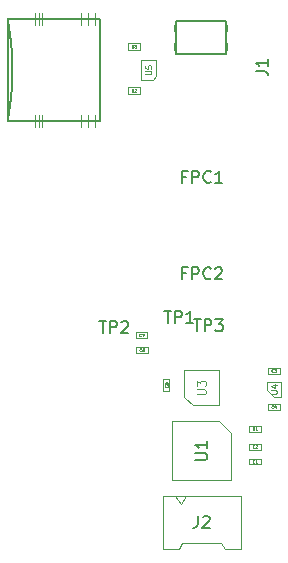
<source format=gbr>
%TF.GenerationSoftware,KiCad,Pcbnew,8.0.5-8.0.5-0~ubuntu20.04.1*%
%TF.CreationDate,2025-01-20T10:50:11+00:00*%
%TF.ProjectId,servo,73657276-6f2e-46b6-9963-61645f706362,rev?*%
%TF.SameCoordinates,Original*%
%TF.FileFunction,AssemblyDrawing,Top*%
%FSLAX46Y46*%
G04 Gerber Fmt 4.6, Leading zero omitted, Abs format (unit mm)*
G04 Created by KiCad (PCBNEW 8.0.5-8.0.5-0~ubuntu20.04.1) date 2025-01-20 10:50:11*
%MOMM*%
%LPD*%
G01*
G04 APERTURE LIST*
%ADD10C,0.150000*%
%ADD11C,0.075000*%
%ADD12C,0.040000*%
%ADD13C,0.110000*%
%ADD14C,0.100000*%
%ADD15C,0.127000*%
%ADD16C,0.000000*%
%ADD17C,0.152400*%
%ADD18C,0.010000*%
G04 APERTURE END LIST*
D10*
X48666666Y-40293509D02*
X48333333Y-40293509D01*
X48333333Y-40817319D02*
X48333333Y-39817319D01*
X48333333Y-39817319D02*
X48809523Y-39817319D01*
X49190476Y-40817319D02*
X49190476Y-39817319D01*
X49190476Y-39817319D02*
X49571428Y-39817319D01*
X49571428Y-39817319D02*
X49666666Y-39864938D01*
X49666666Y-39864938D02*
X49714285Y-39912557D01*
X49714285Y-39912557D02*
X49761904Y-40007795D01*
X49761904Y-40007795D02*
X49761904Y-40150652D01*
X49761904Y-40150652D02*
X49714285Y-40245890D01*
X49714285Y-40245890D02*
X49666666Y-40293509D01*
X49666666Y-40293509D02*
X49571428Y-40341128D01*
X49571428Y-40341128D02*
X49190476Y-40341128D01*
X50761904Y-40722080D02*
X50714285Y-40769700D01*
X50714285Y-40769700D02*
X50571428Y-40817319D01*
X50571428Y-40817319D02*
X50476190Y-40817319D01*
X50476190Y-40817319D02*
X50333333Y-40769700D01*
X50333333Y-40769700D02*
X50238095Y-40674461D01*
X50238095Y-40674461D02*
X50190476Y-40579223D01*
X50190476Y-40579223D02*
X50142857Y-40388747D01*
X50142857Y-40388747D02*
X50142857Y-40245890D01*
X50142857Y-40245890D02*
X50190476Y-40055414D01*
X50190476Y-40055414D02*
X50238095Y-39960176D01*
X50238095Y-39960176D02*
X50333333Y-39864938D01*
X50333333Y-39864938D02*
X50476190Y-39817319D01*
X50476190Y-39817319D02*
X50571428Y-39817319D01*
X50571428Y-39817319D02*
X50714285Y-39864938D01*
X50714285Y-39864938D02*
X50761904Y-39912557D01*
X51142857Y-39912557D02*
X51190476Y-39864938D01*
X51190476Y-39864938D02*
X51285714Y-39817319D01*
X51285714Y-39817319D02*
X51523809Y-39817319D01*
X51523809Y-39817319D02*
X51619047Y-39864938D01*
X51619047Y-39864938D02*
X51666666Y-39912557D01*
X51666666Y-39912557D02*
X51714285Y-40007795D01*
X51714285Y-40007795D02*
X51714285Y-40103033D01*
X51714285Y-40103033D02*
X51666666Y-40245890D01*
X51666666Y-40245890D02*
X51095238Y-40817319D01*
X51095238Y-40817319D02*
X51714285Y-40817319D01*
X46838095Y-43504819D02*
X47409523Y-43504819D01*
X47123809Y-44504819D02*
X47123809Y-43504819D01*
X47742857Y-44504819D02*
X47742857Y-43504819D01*
X47742857Y-43504819D02*
X48123809Y-43504819D01*
X48123809Y-43504819D02*
X48219047Y-43552438D01*
X48219047Y-43552438D02*
X48266666Y-43600057D01*
X48266666Y-43600057D02*
X48314285Y-43695295D01*
X48314285Y-43695295D02*
X48314285Y-43838152D01*
X48314285Y-43838152D02*
X48266666Y-43933390D01*
X48266666Y-43933390D02*
X48219047Y-43981009D01*
X48219047Y-43981009D02*
X48123809Y-44028628D01*
X48123809Y-44028628D02*
X47742857Y-44028628D01*
X49266666Y-44504819D02*
X48695238Y-44504819D01*
X48980952Y-44504819D02*
X48980952Y-43504819D01*
X48980952Y-43504819D02*
X48885714Y-43647676D01*
X48885714Y-43647676D02*
X48790476Y-43742914D01*
X48790476Y-43742914D02*
X48695238Y-43790533D01*
X49454819Y-56111904D02*
X50264342Y-56111904D01*
X50264342Y-56111904D02*
X50359580Y-56064285D01*
X50359580Y-56064285D02*
X50407200Y-56016666D01*
X50407200Y-56016666D02*
X50454819Y-55921428D01*
X50454819Y-55921428D02*
X50454819Y-55730952D01*
X50454819Y-55730952D02*
X50407200Y-55635714D01*
X50407200Y-55635714D02*
X50359580Y-55588095D01*
X50359580Y-55588095D02*
X50264342Y-55540476D01*
X50264342Y-55540476D02*
X49454819Y-55540476D01*
X50454819Y-54540476D02*
X50454819Y-55111904D01*
X50454819Y-54826190D02*
X49454819Y-54826190D01*
X49454819Y-54826190D02*
X49597676Y-54921428D01*
X49597676Y-54921428D02*
X49692914Y-55016666D01*
X49692914Y-55016666D02*
X49740533Y-55111904D01*
D11*
X45227409Y-23480952D02*
X45632171Y-23480952D01*
X45632171Y-23480952D02*
X45679790Y-23457142D01*
X45679790Y-23457142D02*
X45703600Y-23433333D01*
X45703600Y-23433333D02*
X45727409Y-23385714D01*
X45727409Y-23385714D02*
X45727409Y-23290476D01*
X45727409Y-23290476D02*
X45703600Y-23242857D01*
X45703600Y-23242857D02*
X45679790Y-23219047D01*
X45679790Y-23219047D02*
X45632171Y-23195238D01*
X45632171Y-23195238D02*
X45227409Y-23195238D01*
X45227409Y-22719047D02*
X45227409Y-22957142D01*
X45227409Y-22957142D02*
X45465504Y-22980951D01*
X45465504Y-22980951D02*
X45441695Y-22957142D01*
X45441695Y-22957142D02*
X45417885Y-22909523D01*
X45417885Y-22909523D02*
X45417885Y-22790475D01*
X45417885Y-22790475D02*
X45441695Y-22742856D01*
X45441695Y-22742856D02*
X45465504Y-22719047D01*
X45465504Y-22719047D02*
X45513123Y-22695237D01*
X45513123Y-22695237D02*
X45632171Y-22695237D01*
X45632171Y-22695237D02*
X45679790Y-22719047D01*
X45679790Y-22719047D02*
X45703600Y-22742856D01*
X45703600Y-22742856D02*
X45727409Y-22790475D01*
X45727409Y-22790475D02*
X45727409Y-22909523D01*
X45727409Y-22909523D02*
X45703600Y-22957142D01*
X45703600Y-22957142D02*
X45679790Y-22980951D01*
X55852409Y-50512952D02*
X56257171Y-50512952D01*
X56257171Y-50512952D02*
X56304790Y-50489142D01*
X56304790Y-50489142D02*
X56328600Y-50465333D01*
X56328600Y-50465333D02*
X56352409Y-50417714D01*
X56352409Y-50417714D02*
X56352409Y-50322476D01*
X56352409Y-50322476D02*
X56328600Y-50274857D01*
X56328600Y-50274857D02*
X56304790Y-50251047D01*
X56304790Y-50251047D02*
X56257171Y-50227238D01*
X56257171Y-50227238D02*
X55852409Y-50227238D01*
X56019076Y-49774856D02*
X56352409Y-49774856D01*
X55828600Y-49893904D02*
X56185742Y-50012951D01*
X56185742Y-50012951D02*
X56185742Y-49703428D01*
D12*
X54458333Y-56339765D02*
X54446429Y-56351670D01*
X54446429Y-56351670D02*
X54410714Y-56363574D01*
X54410714Y-56363574D02*
X54386905Y-56363574D01*
X54386905Y-56363574D02*
X54351191Y-56351670D01*
X54351191Y-56351670D02*
X54327381Y-56327860D01*
X54327381Y-56327860D02*
X54315476Y-56304050D01*
X54315476Y-56304050D02*
X54303572Y-56256431D01*
X54303572Y-56256431D02*
X54303572Y-56220717D01*
X54303572Y-56220717D02*
X54315476Y-56173098D01*
X54315476Y-56173098D02*
X54327381Y-56149289D01*
X54327381Y-56149289D02*
X54351191Y-56125479D01*
X54351191Y-56125479D02*
X54386905Y-56113574D01*
X54386905Y-56113574D02*
X54410714Y-56113574D01*
X54410714Y-56113574D02*
X54446429Y-56125479D01*
X54446429Y-56125479D02*
X54458333Y-56137384D01*
X54696429Y-56363574D02*
X54553572Y-56363574D01*
X54625000Y-56363574D02*
X54625000Y-56113574D01*
X54625000Y-56113574D02*
X54601191Y-56149289D01*
X54601191Y-56149289D02*
X54577381Y-56173098D01*
X54577381Y-56173098D02*
X54553572Y-56185003D01*
D10*
X41338095Y-44354819D02*
X41909523Y-44354819D01*
X41623809Y-45354819D02*
X41623809Y-44354819D01*
X42242857Y-45354819D02*
X42242857Y-44354819D01*
X42242857Y-44354819D02*
X42623809Y-44354819D01*
X42623809Y-44354819D02*
X42719047Y-44402438D01*
X42719047Y-44402438D02*
X42766666Y-44450057D01*
X42766666Y-44450057D02*
X42814285Y-44545295D01*
X42814285Y-44545295D02*
X42814285Y-44688152D01*
X42814285Y-44688152D02*
X42766666Y-44783390D01*
X42766666Y-44783390D02*
X42719047Y-44831009D01*
X42719047Y-44831009D02*
X42623809Y-44878628D01*
X42623809Y-44878628D02*
X42242857Y-44878628D01*
X43195238Y-44450057D02*
X43242857Y-44402438D01*
X43242857Y-44402438D02*
X43338095Y-44354819D01*
X43338095Y-44354819D02*
X43576190Y-44354819D01*
X43576190Y-44354819D02*
X43671428Y-44402438D01*
X43671428Y-44402438D02*
X43719047Y-44450057D01*
X43719047Y-44450057D02*
X43766666Y-44545295D01*
X43766666Y-44545295D02*
X43766666Y-44640533D01*
X43766666Y-44640533D02*
X43719047Y-44783390D01*
X43719047Y-44783390D02*
X43147619Y-45354819D01*
X43147619Y-45354819D02*
X43766666Y-45354819D01*
D12*
X56058333Y-51721765D02*
X56046429Y-51733670D01*
X56046429Y-51733670D02*
X56010714Y-51745574D01*
X56010714Y-51745574D02*
X55986905Y-51745574D01*
X55986905Y-51745574D02*
X55951191Y-51733670D01*
X55951191Y-51733670D02*
X55927381Y-51709860D01*
X55927381Y-51709860D02*
X55915476Y-51686050D01*
X55915476Y-51686050D02*
X55903572Y-51638431D01*
X55903572Y-51638431D02*
X55903572Y-51602717D01*
X55903572Y-51602717D02*
X55915476Y-51555098D01*
X55915476Y-51555098D02*
X55927381Y-51531289D01*
X55927381Y-51531289D02*
X55951191Y-51507479D01*
X55951191Y-51507479D02*
X55986905Y-51495574D01*
X55986905Y-51495574D02*
X56010714Y-51495574D01*
X56010714Y-51495574D02*
X56046429Y-51507479D01*
X56046429Y-51507479D02*
X56058333Y-51519384D01*
X56272619Y-51578908D02*
X56272619Y-51745574D01*
X56213095Y-51483670D02*
X56153572Y-51662241D01*
X56153572Y-51662241D02*
X56308333Y-51662241D01*
D13*
X49591244Y-50571428D02*
X50198387Y-50571428D01*
X50198387Y-50571428D02*
X50269815Y-50535714D01*
X50269815Y-50535714D02*
X50305530Y-50500000D01*
X50305530Y-50500000D02*
X50341244Y-50428571D01*
X50341244Y-50428571D02*
X50341244Y-50285714D01*
X50341244Y-50285714D02*
X50305530Y-50214285D01*
X50305530Y-50214285D02*
X50269815Y-50178571D01*
X50269815Y-50178571D02*
X50198387Y-50142857D01*
X50198387Y-50142857D02*
X49591244Y-50142857D01*
X49591244Y-49857143D02*
X49591244Y-49392857D01*
X49591244Y-49392857D02*
X49876958Y-49642857D01*
X49876958Y-49642857D02*
X49876958Y-49535714D01*
X49876958Y-49535714D02*
X49912672Y-49464286D01*
X49912672Y-49464286D02*
X49948387Y-49428571D01*
X49948387Y-49428571D02*
X50019815Y-49392857D01*
X50019815Y-49392857D02*
X50198387Y-49392857D01*
X50198387Y-49392857D02*
X50269815Y-49428571D01*
X50269815Y-49428571D02*
X50305530Y-49464286D01*
X50305530Y-49464286D02*
X50341244Y-49535714D01*
X50341244Y-49535714D02*
X50341244Y-49750000D01*
X50341244Y-49750000D02*
X50305530Y-49821428D01*
X50305530Y-49821428D02*
X50269815Y-49857143D01*
D12*
X47089765Y-49791666D02*
X47101670Y-49803570D01*
X47101670Y-49803570D02*
X47113574Y-49839285D01*
X47113574Y-49839285D02*
X47113574Y-49863094D01*
X47113574Y-49863094D02*
X47101670Y-49898808D01*
X47101670Y-49898808D02*
X47077860Y-49922618D01*
X47077860Y-49922618D02*
X47054050Y-49934523D01*
X47054050Y-49934523D02*
X47006431Y-49946427D01*
X47006431Y-49946427D02*
X46970717Y-49946427D01*
X46970717Y-49946427D02*
X46923098Y-49934523D01*
X46923098Y-49934523D02*
X46899289Y-49922618D01*
X46899289Y-49922618D02*
X46875479Y-49898808D01*
X46875479Y-49898808D02*
X46863574Y-49863094D01*
X46863574Y-49863094D02*
X46863574Y-49839285D01*
X46863574Y-49839285D02*
X46875479Y-49803570D01*
X46875479Y-49803570D02*
X46887384Y-49791666D01*
X46863574Y-49565475D02*
X46863574Y-49684523D01*
X46863574Y-49684523D02*
X46982622Y-49696427D01*
X46982622Y-49696427D02*
X46970717Y-49684523D01*
X46970717Y-49684523D02*
X46958812Y-49660713D01*
X46958812Y-49660713D02*
X46958812Y-49601189D01*
X46958812Y-49601189D02*
X46970717Y-49577380D01*
X46970717Y-49577380D02*
X46982622Y-49565475D01*
X46982622Y-49565475D02*
X47006431Y-49553570D01*
X47006431Y-49553570D02*
X47065955Y-49553570D01*
X47065955Y-49553570D02*
X47089765Y-49565475D01*
X47089765Y-49565475D02*
X47101670Y-49577380D01*
X47101670Y-49577380D02*
X47113574Y-49601189D01*
X47113574Y-49601189D02*
X47113574Y-49660713D01*
X47113574Y-49660713D02*
X47101670Y-49684523D01*
X47101670Y-49684523D02*
X47089765Y-49696427D01*
X54456667Y-53618200D02*
X54370000Y-53494391D01*
X54308095Y-53618200D02*
X54308095Y-53358200D01*
X54308095Y-53358200D02*
X54407143Y-53358200D01*
X54407143Y-53358200D02*
X54431905Y-53370581D01*
X54431905Y-53370581D02*
X54444286Y-53382962D01*
X54444286Y-53382962D02*
X54456667Y-53407724D01*
X54456667Y-53407724D02*
X54456667Y-53444867D01*
X54456667Y-53444867D02*
X54444286Y-53469629D01*
X54444286Y-53469629D02*
X54431905Y-53482010D01*
X54431905Y-53482010D02*
X54407143Y-53494391D01*
X54407143Y-53494391D02*
X54308095Y-53494391D01*
X54704286Y-53618200D02*
X54555714Y-53618200D01*
X54630000Y-53618200D02*
X54630000Y-53358200D01*
X54630000Y-53358200D02*
X54605238Y-53395343D01*
X54605238Y-53395343D02*
X54580476Y-53420105D01*
X54580476Y-53420105D02*
X54555714Y-53432486D01*
D10*
X49338095Y-44204819D02*
X49909523Y-44204819D01*
X49623809Y-45204819D02*
X49623809Y-44204819D01*
X50242857Y-45204819D02*
X50242857Y-44204819D01*
X50242857Y-44204819D02*
X50623809Y-44204819D01*
X50623809Y-44204819D02*
X50719047Y-44252438D01*
X50719047Y-44252438D02*
X50766666Y-44300057D01*
X50766666Y-44300057D02*
X50814285Y-44395295D01*
X50814285Y-44395295D02*
X50814285Y-44538152D01*
X50814285Y-44538152D02*
X50766666Y-44633390D01*
X50766666Y-44633390D02*
X50719047Y-44681009D01*
X50719047Y-44681009D02*
X50623809Y-44728628D01*
X50623809Y-44728628D02*
X50242857Y-44728628D01*
X51147619Y-44204819D02*
X51766666Y-44204819D01*
X51766666Y-44204819D02*
X51433333Y-44585771D01*
X51433333Y-44585771D02*
X51576190Y-44585771D01*
X51576190Y-44585771D02*
X51671428Y-44633390D01*
X51671428Y-44633390D02*
X51719047Y-44681009D01*
X51719047Y-44681009D02*
X51766666Y-44776247D01*
X51766666Y-44776247D02*
X51766666Y-45014342D01*
X51766666Y-45014342D02*
X51719047Y-45109580D01*
X51719047Y-45109580D02*
X51671428Y-45157200D01*
X51671428Y-45157200D02*
X51576190Y-45204819D01*
X51576190Y-45204819D02*
X51290476Y-45204819D01*
X51290476Y-45204819D02*
X51195238Y-45157200D01*
X51195238Y-45157200D02*
X51147619Y-45109580D01*
X48666666Y-32118509D02*
X48333333Y-32118509D01*
X48333333Y-32642319D02*
X48333333Y-31642319D01*
X48333333Y-31642319D02*
X48809523Y-31642319D01*
X49190476Y-32642319D02*
X49190476Y-31642319D01*
X49190476Y-31642319D02*
X49571428Y-31642319D01*
X49571428Y-31642319D02*
X49666666Y-31689938D01*
X49666666Y-31689938D02*
X49714285Y-31737557D01*
X49714285Y-31737557D02*
X49761904Y-31832795D01*
X49761904Y-31832795D02*
X49761904Y-31975652D01*
X49761904Y-31975652D02*
X49714285Y-32070890D01*
X49714285Y-32070890D02*
X49666666Y-32118509D01*
X49666666Y-32118509D02*
X49571428Y-32166128D01*
X49571428Y-32166128D02*
X49190476Y-32166128D01*
X50761904Y-32547080D02*
X50714285Y-32594700D01*
X50714285Y-32594700D02*
X50571428Y-32642319D01*
X50571428Y-32642319D02*
X50476190Y-32642319D01*
X50476190Y-32642319D02*
X50333333Y-32594700D01*
X50333333Y-32594700D02*
X50238095Y-32499461D01*
X50238095Y-32499461D02*
X50190476Y-32404223D01*
X50190476Y-32404223D02*
X50142857Y-32213747D01*
X50142857Y-32213747D02*
X50142857Y-32070890D01*
X50142857Y-32070890D02*
X50190476Y-31880414D01*
X50190476Y-31880414D02*
X50238095Y-31785176D01*
X50238095Y-31785176D02*
X50333333Y-31689938D01*
X50333333Y-31689938D02*
X50476190Y-31642319D01*
X50476190Y-31642319D02*
X50571428Y-31642319D01*
X50571428Y-31642319D02*
X50714285Y-31689938D01*
X50714285Y-31689938D02*
X50761904Y-31737557D01*
X51714285Y-32642319D02*
X51142857Y-32642319D01*
X51428571Y-32642319D02*
X51428571Y-31642319D01*
X51428571Y-31642319D02*
X51333333Y-31785176D01*
X51333333Y-31785176D02*
X51238095Y-31880414D01*
X51238095Y-31880414D02*
X51142857Y-31928033D01*
D12*
X44878333Y-46889765D02*
X44866429Y-46901670D01*
X44866429Y-46901670D02*
X44830714Y-46913574D01*
X44830714Y-46913574D02*
X44806905Y-46913574D01*
X44806905Y-46913574D02*
X44771191Y-46901670D01*
X44771191Y-46901670D02*
X44747381Y-46877860D01*
X44747381Y-46877860D02*
X44735476Y-46854050D01*
X44735476Y-46854050D02*
X44723572Y-46806431D01*
X44723572Y-46806431D02*
X44723572Y-46770717D01*
X44723572Y-46770717D02*
X44735476Y-46723098D01*
X44735476Y-46723098D02*
X44747381Y-46699289D01*
X44747381Y-46699289D02*
X44771191Y-46675479D01*
X44771191Y-46675479D02*
X44806905Y-46663574D01*
X44806905Y-46663574D02*
X44830714Y-46663574D01*
X44830714Y-46663574D02*
X44866429Y-46675479D01*
X44866429Y-46675479D02*
X44878333Y-46687384D01*
X45092619Y-46663574D02*
X45045000Y-46663574D01*
X45045000Y-46663574D02*
X45021191Y-46675479D01*
X45021191Y-46675479D02*
X45009286Y-46687384D01*
X45009286Y-46687384D02*
X44985476Y-46723098D01*
X44985476Y-46723098D02*
X44973572Y-46770717D01*
X44973572Y-46770717D02*
X44973572Y-46865955D01*
X44973572Y-46865955D02*
X44985476Y-46889765D01*
X44985476Y-46889765D02*
X44997381Y-46901670D01*
X44997381Y-46901670D02*
X45021191Y-46913574D01*
X45021191Y-46913574D02*
X45068810Y-46913574D01*
X45068810Y-46913574D02*
X45092619Y-46901670D01*
X45092619Y-46901670D02*
X45104524Y-46889765D01*
X45104524Y-46889765D02*
X45116429Y-46865955D01*
X45116429Y-46865955D02*
X45116429Y-46806431D01*
X45116429Y-46806431D02*
X45104524Y-46782622D01*
X45104524Y-46782622D02*
X45092619Y-46770717D01*
X45092619Y-46770717D02*
X45068810Y-46758812D01*
X45068810Y-46758812D02*
X45021191Y-46758812D01*
X45021191Y-46758812D02*
X44997381Y-46770717D01*
X44997381Y-46770717D02*
X44985476Y-46782622D01*
X44985476Y-46782622D02*
X44973572Y-46806431D01*
X56058333Y-48639765D02*
X56046429Y-48651670D01*
X56046429Y-48651670D02*
X56010714Y-48663574D01*
X56010714Y-48663574D02*
X55986905Y-48663574D01*
X55986905Y-48663574D02*
X55951191Y-48651670D01*
X55951191Y-48651670D02*
X55927381Y-48627860D01*
X55927381Y-48627860D02*
X55915476Y-48604050D01*
X55915476Y-48604050D02*
X55903572Y-48556431D01*
X55903572Y-48556431D02*
X55903572Y-48520717D01*
X55903572Y-48520717D02*
X55915476Y-48473098D01*
X55915476Y-48473098D02*
X55927381Y-48449289D01*
X55927381Y-48449289D02*
X55951191Y-48425479D01*
X55951191Y-48425479D02*
X55986905Y-48413574D01*
X55986905Y-48413574D02*
X56010714Y-48413574D01*
X56010714Y-48413574D02*
X56046429Y-48425479D01*
X56046429Y-48425479D02*
X56058333Y-48437384D01*
X56141667Y-48413574D02*
X56296429Y-48413574D01*
X56296429Y-48413574D02*
X56213095Y-48508812D01*
X56213095Y-48508812D02*
X56248810Y-48508812D01*
X56248810Y-48508812D02*
X56272619Y-48520717D01*
X56272619Y-48520717D02*
X56284524Y-48532622D01*
X56284524Y-48532622D02*
X56296429Y-48556431D01*
X56296429Y-48556431D02*
X56296429Y-48615955D01*
X56296429Y-48615955D02*
X56284524Y-48639765D01*
X56284524Y-48639765D02*
X56272619Y-48651670D01*
X56272619Y-48651670D02*
X56248810Y-48663574D01*
X56248810Y-48663574D02*
X56177381Y-48663574D01*
X56177381Y-48663574D02*
X56153572Y-48651670D01*
X56153572Y-48651670D02*
X56141667Y-48639765D01*
X44206667Y-21218200D02*
X44120000Y-21094391D01*
X44058095Y-21218200D02*
X44058095Y-20958200D01*
X44058095Y-20958200D02*
X44157143Y-20958200D01*
X44157143Y-20958200D02*
X44181905Y-20970581D01*
X44181905Y-20970581D02*
X44194286Y-20982962D01*
X44194286Y-20982962D02*
X44206667Y-21007724D01*
X44206667Y-21007724D02*
X44206667Y-21044867D01*
X44206667Y-21044867D02*
X44194286Y-21069629D01*
X44194286Y-21069629D02*
X44181905Y-21082010D01*
X44181905Y-21082010D02*
X44157143Y-21094391D01*
X44157143Y-21094391D02*
X44058095Y-21094391D01*
X44293333Y-20958200D02*
X44454286Y-20958200D01*
X44454286Y-20958200D02*
X44367619Y-21057248D01*
X44367619Y-21057248D02*
X44404762Y-21057248D01*
X44404762Y-21057248D02*
X44429524Y-21069629D01*
X44429524Y-21069629D02*
X44441905Y-21082010D01*
X44441905Y-21082010D02*
X44454286Y-21106772D01*
X44454286Y-21106772D02*
X44454286Y-21168677D01*
X44454286Y-21168677D02*
X44441905Y-21193439D01*
X44441905Y-21193439D02*
X44429524Y-21205820D01*
X44429524Y-21205820D02*
X44404762Y-21218200D01*
X44404762Y-21218200D02*
X44330476Y-21218200D01*
X44330476Y-21218200D02*
X44305714Y-21205820D01*
X44305714Y-21205820D02*
X44293333Y-21193439D01*
X54458333Y-55089765D02*
X54446429Y-55101670D01*
X54446429Y-55101670D02*
X54410714Y-55113574D01*
X54410714Y-55113574D02*
X54386905Y-55113574D01*
X54386905Y-55113574D02*
X54351191Y-55101670D01*
X54351191Y-55101670D02*
X54327381Y-55077860D01*
X54327381Y-55077860D02*
X54315476Y-55054050D01*
X54315476Y-55054050D02*
X54303572Y-55006431D01*
X54303572Y-55006431D02*
X54303572Y-54970717D01*
X54303572Y-54970717D02*
X54315476Y-54923098D01*
X54315476Y-54923098D02*
X54327381Y-54899289D01*
X54327381Y-54899289D02*
X54351191Y-54875479D01*
X54351191Y-54875479D02*
X54386905Y-54863574D01*
X54386905Y-54863574D02*
X54410714Y-54863574D01*
X54410714Y-54863574D02*
X54446429Y-54875479D01*
X54446429Y-54875479D02*
X54458333Y-54887384D01*
X54553572Y-54887384D02*
X54565476Y-54875479D01*
X54565476Y-54875479D02*
X54589286Y-54863574D01*
X54589286Y-54863574D02*
X54648810Y-54863574D01*
X54648810Y-54863574D02*
X54672619Y-54875479D01*
X54672619Y-54875479D02*
X54684524Y-54887384D01*
X54684524Y-54887384D02*
X54696429Y-54911193D01*
X54696429Y-54911193D02*
X54696429Y-54935003D01*
X54696429Y-54935003D02*
X54684524Y-54970717D01*
X54684524Y-54970717D02*
X54541667Y-55113574D01*
X54541667Y-55113574D02*
X54696429Y-55113574D01*
X44206667Y-24968200D02*
X44120000Y-24844391D01*
X44058095Y-24968200D02*
X44058095Y-24708200D01*
X44058095Y-24708200D02*
X44157143Y-24708200D01*
X44157143Y-24708200D02*
X44181905Y-24720581D01*
X44181905Y-24720581D02*
X44194286Y-24732962D01*
X44194286Y-24732962D02*
X44206667Y-24757724D01*
X44206667Y-24757724D02*
X44206667Y-24794867D01*
X44206667Y-24794867D02*
X44194286Y-24819629D01*
X44194286Y-24819629D02*
X44181905Y-24832010D01*
X44181905Y-24832010D02*
X44157143Y-24844391D01*
X44157143Y-24844391D02*
X44058095Y-24844391D01*
X44305714Y-24732962D02*
X44318095Y-24720581D01*
X44318095Y-24720581D02*
X44342857Y-24708200D01*
X44342857Y-24708200D02*
X44404762Y-24708200D01*
X44404762Y-24708200D02*
X44429524Y-24720581D01*
X44429524Y-24720581D02*
X44441905Y-24732962D01*
X44441905Y-24732962D02*
X44454286Y-24757724D01*
X44454286Y-24757724D02*
X44454286Y-24782486D01*
X44454286Y-24782486D02*
X44441905Y-24819629D01*
X44441905Y-24819629D02*
X44293333Y-24968200D01*
X44293333Y-24968200D02*
X44454286Y-24968200D01*
D10*
X54569819Y-23183333D02*
X55284104Y-23183333D01*
X55284104Y-23183333D02*
X55426961Y-23230952D01*
X55426961Y-23230952D02*
X55522200Y-23326190D01*
X55522200Y-23326190D02*
X55569819Y-23469047D01*
X55569819Y-23469047D02*
X55569819Y-23564285D01*
X55569819Y-22183333D02*
X55569819Y-22754761D01*
X55569819Y-22469047D02*
X54569819Y-22469047D01*
X54569819Y-22469047D02*
X54712676Y-22564285D01*
X54712676Y-22564285D02*
X54807914Y-22659523D01*
X54807914Y-22659523D02*
X54855533Y-22754761D01*
X49666666Y-60859096D02*
X49666666Y-61573381D01*
X49666666Y-61573381D02*
X49619047Y-61716238D01*
X49619047Y-61716238D02*
X49523809Y-61811477D01*
X49523809Y-61811477D02*
X49380952Y-61859096D01*
X49380952Y-61859096D02*
X49285714Y-61859096D01*
X50095238Y-60954334D02*
X50142857Y-60906715D01*
X50142857Y-60906715D02*
X50238095Y-60859096D01*
X50238095Y-60859096D02*
X50476190Y-60859096D01*
X50476190Y-60859096D02*
X50571428Y-60906715D01*
X50571428Y-60906715D02*
X50619047Y-60954334D01*
X50619047Y-60954334D02*
X50666666Y-61049572D01*
X50666666Y-61049572D02*
X50666666Y-61144810D01*
X50666666Y-61144810D02*
X50619047Y-61287667D01*
X50619047Y-61287667D02*
X50047619Y-61859096D01*
X50047619Y-61859096D02*
X50666666Y-61859096D01*
D12*
X44858333Y-45639765D02*
X44846429Y-45651670D01*
X44846429Y-45651670D02*
X44810714Y-45663574D01*
X44810714Y-45663574D02*
X44786905Y-45663574D01*
X44786905Y-45663574D02*
X44751191Y-45651670D01*
X44751191Y-45651670D02*
X44727381Y-45627860D01*
X44727381Y-45627860D02*
X44715476Y-45604050D01*
X44715476Y-45604050D02*
X44703572Y-45556431D01*
X44703572Y-45556431D02*
X44703572Y-45520717D01*
X44703572Y-45520717D02*
X44715476Y-45473098D01*
X44715476Y-45473098D02*
X44727381Y-45449289D01*
X44727381Y-45449289D02*
X44751191Y-45425479D01*
X44751191Y-45425479D02*
X44786905Y-45413574D01*
X44786905Y-45413574D02*
X44810714Y-45413574D01*
X44810714Y-45413574D02*
X44846429Y-45425479D01*
X44846429Y-45425479D02*
X44858333Y-45437384D01*
X44941667Y-45413574D02*
X45108333Y-45413574D01*
X45108333Y-45413574D02*
X45001191Y-45663574D01*
D14*
%TO.C,U1*%
X47500000Y-52850000D02*
X51500000Y-52850000D01*
X47500000Y-57850000D02*
X47500000Y-52850000D01*
X51500000Y-52850000D02*
X52500000Y-53850000D01*
X52500000Y-53850000D02*
X52500000Y-57850000D01*
X52500000Y-57850000D02*
X47500000Y-57850000D01*
%TO.C,U5*%
X44850000Y-22250000D02*
X46150000Y-22250000D01*
X44850000Y-23950000D02*
X44850000Y-22250000D01*
X44850000Y-23950000D02*
X45830000Y-23950000D01*
X46150000Y-23630000D02*
X45830000Y-23950000D01*
X46150000Y-23630000D02*
X46150000Y-22250000D01*
%TO.C,U4*%
X55550000Y-49482000D02*
X55550000Y-50232000D01*
X55550000Y-50232000D02*
X56100000Y-50782000D01*
X56100000Y-50782000D02*
X56700000Y-50782000D01*
X56700000Y-49482000D02*
X55550000Y-49482000D01*
X56700000Y-50782000D02*
X56700000Y-49482000D01*
%TO.C,C1*%
X54000000Y-56000000D02*
X55000000Y-56000000D01*
X54000000Y-56500000D02*
X54000000Y-56000000D01*
X55000000Y-56000000D02*
X55000000Y-56500000D01*
X55000000Y-56500000D02*
X54000000Y-56500000D01*
D15*
%TO.C,S1*%
X47850000Y-18950000D02*
X47850000Y-21750000D01*
X47850000Y-18950000D02*
X52050000Y-18950000D01*
X47850000Y-21750000D02*
X52050000Y-21750000D01*
X52050000Y-21750000D02*
X52050000Y-18950000D01*
D16*
G36*
X47850000Y-19850000D02*
G01*
X47650000Y-19850000D01*
X47650000Y-19250000D01*
X47850000Y-19250000D01*
X47850000Y-19850000D01*
G37*
G36*
X47850000Y-21450000D02*
G01*
X47650000Y-21450000D01*
X47650000Y-20850000D01*
X47850000Y-20850000D01*
X47850000Y-21450000D01*
G37*
G36*
X52250000Y-19850000D02*
G01*
X52050000Y-19850000D01*
X52050000Y-19250000D01*
X52250000Y-19250000D01*
X52250000Y-19850000D01*
G37*
G36*
X52250000Y-21450000D02*
G01*
X52050000Y-21450000D01*
X52050000Y-20850000D01*
X52250000Y-20850000D01*
X52250000Y-21450000D01*
G37*
D14*
%TO.C,C4*%
X55600000Y-51382000D02*
X56600000Y-51382000D01*
X55600000Y-51882000D02*
X55600000Y-51382000D01*
X56600000Y-51382000D02*
X56600000Y-51882000D01*
X56600000Y-51882000D02*
X55600000Y-51882000D01*
%TO.C,U3*%
X48500000Y-48500000D02*
X51500000Y-48500000D01*
X48500000Y-50750000D02*
X48500000Y-48500000D01*
X49250000Y-51500000D02*
X48500000Y-50750000D01*
X51500000Y-48500000D02*
X51500000Y-51500000D01*
X51500000Y-51500000D02*
X49250000Y-51500000D01*
%TO.C,C5*%
X46750000Y-49250000D02*
X47250000Y-49250000D01*
X46750000Y-50250000D02*
X46750000Y-49250000D01*
X47250000Y-49250000D02*
X47250000Y-50250000D01*
X47250000Y-50250000D02*
X46750000Y-50250000D01*
%TO.C,R1*%
X53975000Y-53230000D02*
X55025000Y-53230000D01*
X53975000Y-53770000D02*
X53975000Y-53230000D01*
X55025000Y-53230000D02*
X55025000Y-53770000D01*
X55025000Y-53770000D02*
X53975000Y-53770000D01*
D17*
%TO.C,J5*%
X33580600Y-18780000D02*
X33580600Y-27420000D01*
X33580600Y-18780000D02*
X41400600Y-18780000D01*
D18*
X35880600Y-18280000D02*
X35880600Y-19280000D01*
X35880600Y-26920000D02*
X35880600Y-27920000D01*
X36180600Y-18280000D02*
X36180600Y-19280000D01*
X36180600Y-26920000D02*
X36180600Y-27920000D01*
X36480600Y-18280000D02*
X36480600Y-19280000D01*
X36480600Y-26920000D02*
X36480600Y-27920000D01*
X36980600Y-18780000D02*
X35380600Y-18780000D01*
X36980600Y-27420000D02*
X35380600Y-27420000D01*
X39760600Y-18280000D02*
X39760600Y-19280000D01*
X39760600Y-26920000D02*
X39760600Y-27920000D01*
X40360600Y-18280000D02*
X40360600Y-19280000D01*
X40360600Y-26920000D02*
X40360600Y-27920000D01*
X40960600Y-18280000D02*
X40960600Y-19280000D01*
X40960600Y-26920000D02*
X40960600Y-27920000D01*
X41400600Y-18780000D02*
X39310600Y-18780000D01*
D17*
X41400600Y-18780000D02*
X41400600Y-27420000D01*
X41400600Y-27420000D02*
X33580600Y-27420000D01*
D18*
X41400600Y-27420000D02*
X39310600Y-27420000D01*
X41410600Y-18780000D02*
X41400600Y-18780000D01*
X41410600Y-27420000D02*
X41400600Y-27420000D01*
D17*
X33575600Y-18780000D02*
G75*
G02*
X33575600Y-27420000I-22992027J-4320000D01*
G01*
D14*
%TO.C,C6*%
X44420000Y-46550000D02*
X45420000Y-46550000D01*
X44420000Y-47050000D02*
X44420000Y-46550000D01*
X45420000Y-46550000D02*
X45420000Y-47050000D01*
X45420000Y-47050000D02*
X44420000Y-47050000D01*
%TO.C,C3*%
X55600000Y-48300000D02*
X56600000Y-48300000D01*
X55600000Y-48800000D02*
X55600000Y-48300000D01*
X56600000Y-48300000D02*
X56600000Y-48800000D01*
X56600000Y-48800000D02*
X55600000Y-48800000D01*
%TO.C,R3*%
X43725000Y-20830000D02*
X44775000Y-20830000D01*
X43725000Y-21370000D02*
X43725000Y-20830000D01*
X44775000Y-20830000D02*
X44775000Y-21370000D01*
X44775000Y-21370000D02*
X43725000Y-21370000D01*
%TO.C,C2*%
X54000000Y-54750000D02*
X55000000Y-54750000D01*
X54000000Y-55250000D02*
X54000000Y-54750000D01*
X55000000Y-54750000D02*
X55000000Y-55250000D01*
X55000000Y-55250000D02*
X54000000Y-55250000D01*
%TO.C,R2*%
X43725000Y-24580000D02*
X44775000Y-24580000D01*
X43725000Y-25120000D02*
X43725000Y-24580000D01*
X44775000Y-24580000D02*
X44775000Y-25120000D01*
X44775000Y-25120000D02*
X43725000Y-25120000D01*
%TO.C,J2*%
X46700000Y-59154277D02*
X46700000Y-63654277D01*
X46700000Y-59154277D02*
X53300000Y-59154277D01*
X46700000Y-63654277D02*
X48050000Y-63654277D01*
X47700000Y-59154277D02*
X48200000Y-59861384D01*
X48050000Y-63654277D02*
X48350000Y-63154277D01*
X48200000Y-59861384D02*
X48700000Y-59154277D01*
X48350000Y-63154277D02*
X51650000Y-63154277D01*
X51650000Y-63154277D02*
X51950000Y-63654277D01*
X51950000Y-63654277D02*
X53300000Y-63654277D01*
X53300000Y-59154277D02*
X53300000Y-63654277D01*
%TO.C,C7*%
X44400000Y-45300000D02*
X45400000Y-45300000D01*
X44400000Y-45800000D02*
X44400000Y-45300000D01*
X45400000Y-45300000D02*
X45400000Y-45800000D01*
X45400000Y-45800000D02*
X44400000Y-45800000D01*
%TD*%
M02*

</source>
